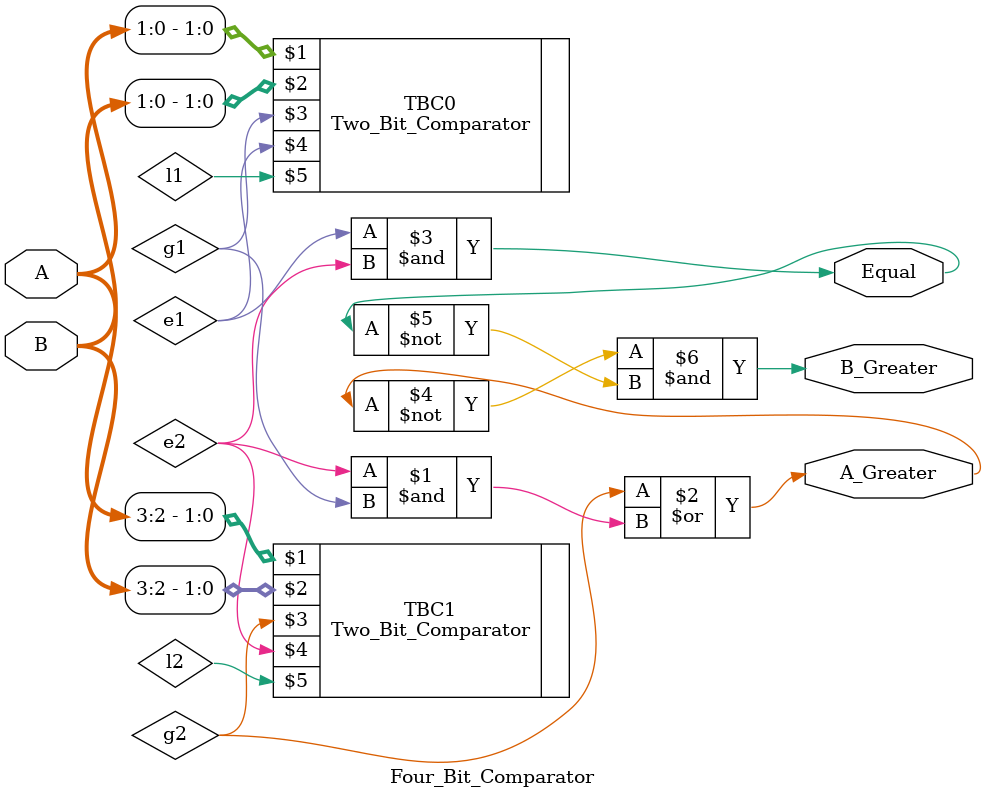
<source format=v>
/*
Instructions
-------------------
Students are not allowed to make any changes in the Module declaration.
This file is used to design 4 bit comparator.

Recommended Quartus Version : 19.1
The submitted project file must be 19.1 compatible as the evaluation will be done on Quartus Prime Lite 19.1.

Warning: The error due to compatibility will not be entertained.
			Do not make any changes to Test_Bench_Vector.txt file. Violating will result into Disqualification.
-------------------
*/

//4 bit comparator design
//Inputs  : A and B (4 bit)
//Outputs : A_Greater (A>B), Equal (A=B), B_Greater (A<B)

//////////////////DO NOT MAKE ANY CHANGES IN MODULE//////////////////
module Four_Bit_Comparator(
	input		[3:0]A,           //4-bit INPUT A
	input		[3:0]B,				//4-bit INPUT B				
	output	A_Greater,			//OUTPUT BIT A>B
	output	Equal,				//OUTPUT BIT A=B
	output	B_Greater			//OUTPUT BIT A<B
);

/*Hints
	1. Define wires.
	2. Instantiate Two_Bit_Comparator.v module and pass necessary signals.
		This needs to be done twice, first for lower two bits 
		and next for upper two bits.
	3. Output "Equal" of 4-bit comparator will be high if and only if:
		(Upper two bits of A = Upper two bits of B) AND (Lower two bits of A = Lower two bits of B). 
*/

////////////////////////WRITE YOUR CODE FROM HERE//////////////////// 
	
	wire g1, g2, l1, l2, e1, e2;
	Two_Bit_Comparator TBC1(A[3:2], B[3:2], g2, e2, l2);
	Two_Bit_Comparator TBC0(A[1:0], B[1:0], g1, e1, l1);	

	assign A_Greater = g2|(e2 & g1);
	assign Equal = e1 & e2;
	assign B_Greater = (~A_Greater) & (~Equal);

////////////////////////YOUR CODE ENDS HERE//////////////////////////
endmodule
///////////////////////////////MODULE ENDS///////////////////////////
</source>
